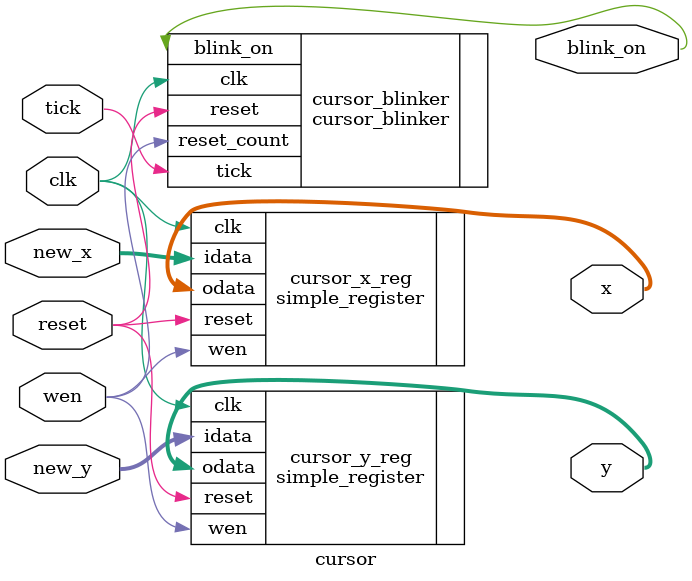
<source format=v>
/**
 * Cursor (position and blinking)
 */
module cursor
  #(parameter ROW_BITS = 5,
    parameter COL_BITS = 7)
   (input  clk,
    input  reset,
    input  tick,
    output  [COL_BITS-1:0] x,
    output  [ROW_BITS-1:0] y,
    output  blink_on,
    input  [COL_BITS-1:0] new_x,
    input  [ROW_BITS-1:0] new_y,
    input  wen
    );

   cursor_blinker cursor_blinker(.clk(clk),
                                 .reset(reset),
                                 .tick(tick),
                                 .reset_count(wen),
                                 .blink_on(blink_on)
                                 );

   simple_register #(.SIZE(COL_BITS))
      cursor_x_reg(.clk(clk),
                   .reset(reset),
                   .idata(new_x),
                   .wen(wen),
                   .odata(x)
                   );

   simple_register #(.SIZE(ROW_BITS))
      cursor_y_reg(.clk(clk),
                   .reset(reset),
                   .idata(new_y),
                   .wen(wen),
                   .odata(y)
                   );
endmodule

</source>
